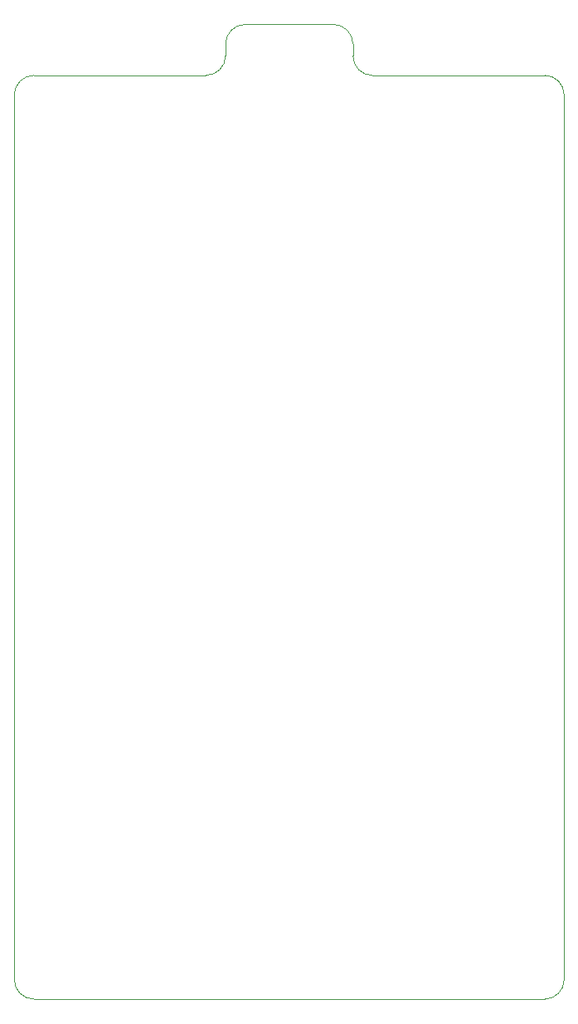
<source format=gbr>
%TF.GenerationSoftware,KiCad,Pcbnew,(5.1.10)-1*%
%TF.CreationDate,2021-11-11T12:41:23+01:00*%
%TF.ProjectId,navidat,6e617669-6461-4742-9e6b-696361645f70,rev?*%
%TF.SameCoordinates,Original*%
%TF.FileFunction,Profile,NP*%
%FSLAX46Y46*%
G04 Gerber Fmt 4.6, Leading zero omitted, Abs format (unit mm)*
G04 Created by KiCad (PCBNEW (5.1.10)-1) date 2021-11-11 12:41:23*
%MOMM*%
%LPD*%
G01*
G04 APERTURE LIST*
%TA.AperFunction,Profile*%
%ADD10C,0.100000*%
%TD*%
G04 APERTURE END LIST*
D10*
X155721299Y-51276000D02*
X155721299Y-52476400D01*
X177296300Y-146726400D02*
G75*
G02*
X175296300Y-148726400I-2000000J0D01*
G01*
X142721300Y-51276000D02*
G75*
G02*
X144721300Y-49276000I2000000J0D01*
G01*
X121146299Y-56476400D02*
X121146299Y-146726400D01*
X175296299Y-54476401D02*
X157721300Y-54476401D01*
X175296300Y-54476400D02*
G75*
G02*
X177296299Y-56476401I-1J-2000000D01*
G01*
X123146300Y-148726400D02*
X175296300Y-148726400D01*
X140721300Y-54476400D02*
X123146300Y-54476401D01*
X142721300Y-51276000D02*
X142721300Y-52476401D01*
X121146301Y-56476400D02*
G75*
G02*
X123146300Y-54476401I1999999J0D01*
G01*
X177296300Y-146726400D02*
X177296299Y-56476401D01*
X142721299Y-52476401D02*
G75*
G02*
X140721300Y-54476400I-1999999J0D01*
G01*
X153721299Y-49276000D02*
G75*
G02*
X155721299Y-51276000I0J-2000000D01*
G01*
X153721299Y-49276000D02*
X144721300Y-49276000D01*
X123146297Y-148726400D02*
G75*
G02*
X121146299Y-146726400I1J1999999D01*
G01*
X157721300Y-54476401D02*
G75*
G02*
X155721299Y-52476400I0J2000001D01*
G01*
M02*

</source>
